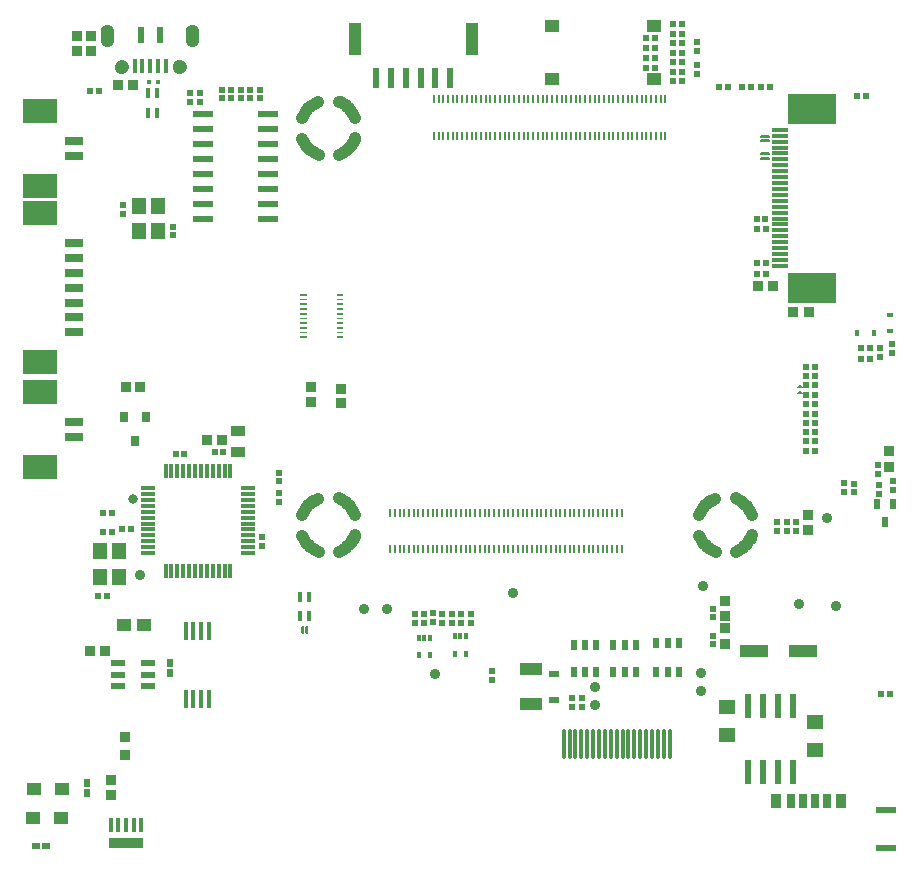
<source format=gbr>
%FSTAX23Y23*%
%MOIN*%
%SFA1B1*%

%IPPOS*%
%AMD17*
4,1,8,-0.007900,0.028700,-0.007900,-0.028700,-0.005900,-0.030700,0.005900,-0.030700,0.007900,-0.028700,0.007900,0.028700,0.005900,0.030700,-0.005900,0.030700,-0.007900,0.028700,0.0*
1,1,0.003937,-0.005900,0.028700*
1,1,0.003937,-0.005900,-0.028700*
1,1,0.003937,0.005900,-0.028700*
1,1,0.003937,0.005900,0.028700*
%
%AMD62*
4,1,8,-0.010800,0.015700,-0.010800,-0.015700,-0.010800,-0.015700,0.010800,-0.015700,0.010800,-0.015700,0.010800,0.015700,0.010800,0.015700,-0.010800,0.015700,-0.010800,0.015700,0.0*
1,1,0.000000,-0.010800,0.015700*
1,1,0.000000,-0.010800,-0.015700*
1,1,0.000000,0.010800,-0.015700*
1,1,0.000000,0.010800,0.015700*
%
%ADD13R,0.075000X0.039000*%
%ADD14R,0.024000X0.080000*%
%ADD15R,0.031735X0.033788*%
%ADD16R,0.031496X0.035433*%
G04~CAMADD=17~8~0.0~0.0~614.2~157.5~19.7~0.0~15~0.0~0.0~0.0~0.0~0~0.0~0.0~0.0~0.0~0~0.0~0.0~0.0~90.0~158.0~614.0*
%ADD17D17*%
%ADD18R,0.045596X0.039848*%
%ADD19R,0.022538X0.026813*%
%ADD20R,0.026813X0.022538*%
%ADD21R,0.039370X0.110236*%
%ADD22R,0.023622X0.066929*%
%ADD23R,0.033788X0.031735*%
%ADD24R,0.032000X0.037000*%
%ADD25R,0.118110X0.082677*%
%ADD26R,0.062992X0.031496*%
%ADD27R,0.047244X0.021654*%
%ADD28R,0.015748X0.047244*%
%ADD29R,0.118110X0.035433*%
%ADD30R,0.049212X0.043307*%
%ADD31R,0.037000X0.032000*%
%ADD32R,0.035911X0.033808*%
%ADD33R,0.007874X0.027559*%
%ADD35C,0.035000*%
%ADD36R,0.022000X0.024000*%
%ADD37R,0.015748X0.033465*%
%ADD38R,0.024000X0.022000*%
%ADD39R,0.045275X0.055118*%
%ADD40R,0.047244X0.011811*%
%ADD41R,0.011811X0.047244*%
%ADD42R,0.051181X0.035433*%
%ADD43R,0.070866X0.021654*%
%ADD44R,0.035433X0.045275*%
%ADD45R,0.031496X0.045275*%
%ADD46R,0.027559X0.045275*%
%ADD47R,0.057087X0.045275*%
%ADD48R,0.094937X0.043811*%
%ADD49O,0.020000X0.010000*%
%ADD50O,0.035000X0.010000*%
%ADD51C,0.031496*%
%ADD52C,0.015748*%
%ADD53R,0.023622X0.053150*%
%ADD54R,0.015748X0.049212*%
%ADD55R,0.011811X0.021654*%
%ADD56O,0.011024X0.102362*%
%ADD57R,0.070866X0.023622*%
%ADD58R,0.047244X0.039370*%
%ADD59R,0.055118X0.011811*%
%ADD60R,0.161417X0.104330*%
%ADD61R,0.023622X0.015748*%
G04~CAMADD=62~8~0.0~0.0~315.0~216.5~0.0~0.0~15~0.0~0.0~0.0~0.0~0~0.0~0.0~0.0~0.0~0~0.0~0.0~0.0~90.0~216.0~314.0*
%ADD62D62*%
%ADD63R,0.020472X0.032677*%
%ADD64O,0.010000X0.030000*%
%ADD65R,0.015748X0.023622*%
%ADD67R,0.032677X0.024803*%
%ADD245C,0.039370*%
%ADD246C,0.037000*%
%LNx98_carrier_v1r2_12082022_paste_top-1*%
%LPD*%
G36*
X00596Y02798D02*
X00602Y02792D01*
X00605Y02784*
Y0278*
Y02749*
Y02745*
X00602Y02737*
X00596Y02731*
X00588Y02728*
X0058*
X00572Y02731*
X00566Y02737*
X00563Y02745*
Y02749*
Y0278*
Y02784*
X00566Y02792*
X00572Y02798*
X0058Y02801*
X00588*
X00596Y02798*
G37*
G36*
X00313D02*
X00318Y02792D01*
X00322Y02784*
Y0278*
Y02749*
Y02745*
X00318Y02737*
X00313Y02731*
X00305Y02728*
X00297*
X00289Y02731*
X00283Y02737*
X0028Y02745*
Y02749*
Y0278*
Y02784*
X00283Y02792*
X00289Y02798*
X00297Y02801*
X00305*
X00313Y02798*
G37*
G36*
X01086Y01898D02*
X01064D01*
Y01904*
X01086*
Y01898*
G37*
G36*
X00965D02*
X00943D01*
Y01904*
X00965*
Y01898*
G37*
G36*
X01086Y01882D02*
X01064D01*
Y01888*
X01086*
Y01882*
G37*
G36*
X00965D02*
X00943D01*
Y01888*
X00965*
Y01882*
G37*
G36*
X01086Y01866D02*
X01064D01*
Y01873*
X01086*
Y01866*
G37*
G36*
X00965D02*
X00943D01*
Y01873*
X00965*
Y01866*
G37*
G36*
X01086Y01851D02*
X01064D01*
Y01857*
X01086*
Y01851*
G37*
G36*
X00965D02*
X00943D01*
Y01857*
X00965*
Y01851*
G37*
G36*
X01086Y01835D02*
X01064D01*
Y01841*
X01086*
Y01835*
G37*
G36*
X00965D02*
X00943D01*
Y01841*
X00965*
Y01835*
G37*
G36*
X01086Y01819D02*
X01064D01*
Y01825*
X01086*
Y01819*
G37*
G36*
X00965D02*
X00943D01*
Y01825*
X00965*
Y01819*
G37*
G36*
X01086Y01803D02*
X01064D01*
Y0181*
X01086*
Y01803*
G37*
G36*
X00965D02*
X00943D01*
Y0181*
X00965*
Y01803*
G37*
G36*
X01086Y01788D02*
X01064D01*
Y01794*
X01086*
Y01788*
G37*
G36*
X00965D02*
X00943D01*
Y01794*
X00965*
Y01788*
G37*
G36*
X01086Y01772D02*
X01064D01*
Y01778*
X01086*
Y01772*
G37*
G36*
X00965D02*
X00943D01*
Y01778*
X00965*
Y01772*
G37*
G36*
X01086Y01756D02*
X01064D01*
Y01762*
X01086*
Y01756*
G37*
G36*
X00965D02*
X00943D01*
Y01762*
X00965*
Y01756*
G37*
G54D13*
X01711Y00654D03*
Y00536D03*
G54D14*
X02584Y0053D03*
Y0031D03*
X02534D03*
X02484D03*
X02434D03*
Y0053D03*
X02484Y0053D03*
X02534Y0053D03*
G54D15*
X0041Y01592D03*
X00363D03*
G54D16*
X00429Y01492D03*
X00354D03*
X00391Y01413D03*
G54D17*
X00562Y00781D03*
X00587D03*
X00613D03*
X00639D03*
Y00554D03*
X00613D03*
X00587D03*
X00562D03*
G54D18*
X00422Y008D03*
X00357D03*
G54D19*
X00508Y00673D03*
Y0064D03*
X00232Y00272D03*
Y00239D03*
G54D20*
X00094Y00064D03*
X00061D03*
G54D21*
X01124Y02755D03*
X01515D03*
G54D22*
X01196Y02623D03*
X01246D03*
X01443D03*
X01393D03*
X01295D03*
X01344D03*
G54D23*
X01079Y01588D03*
Y01541D03*
X0098Y01593D03*
Y01545D03*
G54D24*
X00242Y00713D03*
X00293D03*
X02587Y01844D03*
X02639D03*
X02468Y0193D03*
X02519Y0193D03*
X00631Y01418D03*
X00682D03*
X00335Y02601D03*
X00386D03*
G54D25*
X00076Y01577D03*
Y01327D03*
X00074Y01676D03*
Y02173D03*
Y02265D03*
Y02515D03*
G54D26*
X0019Y01476D03*
Y01427D03*
X00188Y01777D03*
Y01826D03*
Y01875D03*
Y01924D03*
Y01974D03*
Y02072D03*
Y02023D03*
Y02365D03*
Y02414D03*
G54D27*
X00437Y00597D03*
Y00635D03*
Y00672D03*
X00335D03*
Y00597D03*
Y00635D03*
G54D28*
X00362Y00133D03*
X00337D03*
X00311D03*
X00388D03*
X00413D03*
G54D29*
X00362Y00072D03*
G54D30*
X00053Y00156D03*
X00146D03*
X00055Y00255D03*
X00148D03*
G54D31*
X00311Y00284D03*
Y00233D03*
X02359Y00789D03*
Y00738D03*
Y00881D03*
Y00829D03*
X00244Y02713D03*
Y02764D03*
X00199Y02713D03*
Y02764D03*
X02907Y01328D03*
Y0138D03*
X02634Y01116D03*
Y01168D03*
G54D32*
X0036Y00428D03*
Y00367D03*
G54D33*
X0164Y02431D03*
X01983Y01053D03*
X01999D03*
X0216Y02431D03*
X02144D03*
X02129D03*
X02113D03*
X02097D03*
X02081D03*
X02066D03*
X01955D03*
X01971D03*
X01987D03*
X02003D03*
X02018D03*
X02034D03*
X0205D03*
X01845D03*
X01861D03*
X01877D03*
X01892D03*
X01908D03*
X01924D03*
X0194D03*
X01829D03*
X01814D03*
X01798D03*
X01782D03*
X01766D03*
X01751D03*
X01735D03*
X01546D03*
X01562D03*
X01577D03*
X01593D03*
X01609D03*
X01625D03*
X01719D03*
X01703D03*
X01688D03*
X01672D03*
X01656D03*
Y02552D03*
X01672D03*
X01688D03*
X01703D03*
X01719D03*
X0164D03*
X01625D03*
X01609D03*
X01593D03*
X01577D03*
X01562D03*
X01546D03*
X01735D03*
X01751D03*
X01766D03*
X01782D03*
X01798D03*
X01814D03*
X01829D03*
X0194D03*
X01924D03*
X01908D03*
X01892D03*
X01877D03*
X01861D03*
X01845D03*
X0205D03*
X02034D03*
X02018D03*
X02003D03*
X01987D03*
X01971D03*
X01955D03*
X02066D03*
X02081D03*
X02097D03*
X02113D03*
X02129D03*
X02144D03*
X0216D03*
X01388D03*
X01404D03*
X0142D03*
X01436D03*
X01451D03*
X01467D03*
X01483D03*
X0153D03*
X01514D03*
X01499D03*
Y02431D03*
X01514D03*
X0153D03*
X01483D03*
X01467D03*
X01451D03*
X01436D03*
X0142D03*
X01404D03*
X01388D03*
X01243Y01053D03*
X01259D03*
X01274D03*
X0129D03*
X01306D03*
X01322D03*
X01337D03*
X01385D03*
X01369D03*
X01353D03*
Y01174D03*
X01369D03*
X01385D03*
X01337D03*
X01322D03*
X01306D03*
X0129D03*
X01274D03*
X01259D03*
X01243D03*
X02014D03*
X01999D03*
X01983D03*
X01967D03*
X01951D03*
X01936D03*
X0192D03*
X0181D03*
X01825D03*
X01841D03*
X01857D03*
X01873D03*
X01888D03*
X01904D03*
X01699D03*
X01715D03*
X01731D03*
X01747D03*
X01762D03*
X01778D03*
X01794D03*
X01684D03*
X01668D03*
X01652D03*
X01636D03*
X01621D03*
X01605D03*
X01589D03*
X014D03*
X01416D03*
X01432D03*
X01447D03*
X01463D03*
X01479D03*
X01495D03*
X01573D03*
X01558D03*
X01542D03*
X01526D03*
X0151D03*
Y01053D03*
X01526D03*
X01542D03*
X01558D03*
X01573D03*
X01495D03*
X01479D03*
X01463D03*
X01447D03*
X01432D03*
X01416D03*
X014D03*
X01589D03*
X01605D03*
X01621D03*
X01636D03*
X01652D03*
X01668D03*
X01684D03*
X01794D03*
X01778D03*
X01762D03*
X01747D03*
X01731D03*
X01715D03*
X01699D03*
X01904D03*
X01888D03*
X01873D03*
X01857D03*
X01841D03*
X01825D03*
X0181D03*
X0192D03*
X01936D03*
X01951D03*
X01967D03*
X02014D03*
G54D35*
X02279Y0064D03*
Y0058D03*
X01925Y00534D03*
X01924Y00595D03*
X0041Y00966D03*
X01232Y00853D03*
X01155Y00855D03*
X01651Y00907D03*
X01392Y00638D03*
X02699Y01158D03*
X02606Y0087D03*
X02285Y00931D03*
X0273Y00864D03*
G54D36*
X00286Y01172D03*
X00316D03*
X00271Y0258D03*
X00241D03*
X00285Y01109D03*
X00314D03*
X00298Y00896D03*
X00268D03*
X02496Y0197D03*
X02466D03*
X00658Y01376D03*
X00687D03*
X02496Y02006D03*
X02466D03*
X02493Y02152D03*
X02464D03*
X02496Y0212D03*
X02466D03*
X00528Y01371D03*
X00557D03*
X00349Y01121D03*
X00378D03*
X02508Y02594D03*
X02478D03*
X02444D03*
X02414D03*
X02368D03*
X02338D03*
X02097Y02756D03*
X02126D03*
X02186Y02771D03*
X02215D03*
X02185Y02644D03*
X02215D03*
X02186Y02739D03*
X02215D03*
X02097Y02725D03*
X02126D03*
X02186Y02803D03*
X02215D03*
X02185Y02676D03*
X02215D03*
X02186Y02708D03*
X02215D03*
X02097Y02658D03*
X02126D03*
X02185Y02612D03*
X02215D03*
X02097Y02689D03*
X02126D03*
X02813Y01723D03*
X02842D03*
X02659Y01661D03*
X0263D03*
X02659Y0163D03*
X0263D03*
X02659Y01599D03*
X0263D03*
X02659Y01568D03*
X0263D03*
X02659Y01536D03*
X0263D03*
X02659Y01505D03*
X0263D03*
X02659Y01474D03*
X0263D03*
X02659Y01443D03*
X0263D03*
Y01412D03*
X02659D03*
Y0138D03*
X0263D03*
X02842Y01688D03*
X02813D03*
X0288Y00571D03*
X02909D03*
X02829Y02562D03*
X02799D03*
G54D37*
X00943Y00829D03*
X00973D03*
Y00894D03*
X00943D03*
X00437Y02573D03*
X00467D03*
Y02508D03*
X00437D03*
G54D38*
X00873Y01239D03*
Y0121D03*
Y01308D03*
Y01279D03*
X00817Y01093D03*
Y01064D03*
X00713Y02556D03*
Y02585D03*
X00681Y02556D03*
Y02585D03*
X00609Y02545D03*
Y02575D03*
X00577Y02575D03*
Y02545D03*
X0232Y00736D03*
Y00765D03*
X01583Y00617D03*
Y00647D03*
X00777Y02556D03*
Y02585D03*
X0081Y02556D03*
Y02585D03*
X00352Y02171D03*
Y022D03*
X0052Y02128D03*
Y02099D03*
X00745Y02556D03*
Y02585D03*
X0232Y00855D03*
Y00826D03*
X02756Y01243D03*
Y01272D03*
X02788Y01242D03*
Y01271D03*
X02868Y01303D03*
Y01333D03*
X02872Y01238D03*
Y01267D03*
X02914Y01708D03*
Y01738D03*
X0148Y00808D03*
Y00838D03*
X01511Y00808D03*
Y00838D03*
X01449Y00808D03*
Y00838D03*
X01417Y00808D03*
Y00838D03*
X01386Y00809D03*
Y00839D03*
X01355Y00838D03*
Y00808D03*
X01324Y00838D03*
Y00808D03*
X02919Y01251D03*
Y01281D03*
X01881Y00557D03*
Y00527D03*
X01849Y00557D03*
Y00527D03*
X02265Y02745D03*
Y02715D03*
Y02667D03*
Y02637D03*
X02874Y01723D03*
Y01693D03*
X02564Y01144D03*
Y01114D03*
X02532Y01144D03*
Y01114D03*
X02596Y01144D03*
Y01114D03*
G54D39*
X00275Y00959D03*
X00338Y01046D03*
X00275D03*
X00338Y00959D03*
X00468Y02112D03*
X00405Y02198D03*
Y02112D03*
X00468Y02198D03*
G54D40*
X00435Y01197D03*
Y01217D03*
Y01237D03*
Y01256D03*
X00769D03*
Y01237D03*
Y01217D03*
Y01197D03*
Y01178D03*
Y01158D03*
Y01138D03*
Y01119D03*
Y01099D03*
Y01079D03*
Y01059D03*
Y0104D03*
X00435D03*
Y01059D03*
Y01079D03*
Y01099D03*
Y01119D03*
Y01138D03*
Y01158D03*
Y01178D03*
G54D41*
X00494Y01315D03*
X00513D03*
X00533D03*
X00553D03*
X00573D03*
X00592D03*
X00612D03*
X00632D03*
X00651D03*
X00671D03*
X00691D03*
X0071D03*
Y00981D03*
X00691D03*
X00671D03*
X00651D03*
X00632D03*
X00612D03*
X00592D03*
X00573D03*
X00553D03*
X00533D03*
X00513D03*
X00494D03*
G54D42*
X00736Y01447D03*
Y01376D03*
G54D43*
X02895Y00182D03*
Y00057D03*
G54D44*
X02747Y00212D03*
X0253D03*
G54D45*
X02698Y00212D03*
X02579D03*
G54D46*
X02619Y00212D03*
X02658D03*
G54D47*
X02365Y00435D03*
Y00526D03*
X02659Y00385D03*
Y00476D03*
G54D48*
X02457Y00713D03*
X02618D03*
G54D49*
X02608Y01573D03*
X02608Y01593D03*
G54D50*
X02492Y02355D03*
Y02428D03*
Y02413D03*
Y02371D03*
G54D51*
X00385Y01219D03*
G54D52*
X00439Y02611D03*
X0047D03*
G54D53*
X00474Y02766D03*
X00411D03*
G54D54*
X00391Y02662D03*
X00417D03*
X00494D03*
X00468D03*
X00442D03*
G54D55*
X01458Y00763D03*
X01477D03*
X01497D03*
Y00704D03*
X01458D03*
X01377Y00758D03*
X01357D03*
X01338D03*
Y00699D03*
X01377D03*
G54D56*
X02175Y00405D03*
X02155D03*
X02136D03*
X02116D03*
X02096D03*
X02077D03*
X02057D03*
X02037D03*
X02018D03*
X01998D03*
X01978D03*
X01959D03*
X01939D03*
X01919D03*
X019D03*
X0188D03*
X0186D03*
X01841D03*
X01821D03*
G54D57*
X00619Y02505D03*
X00835D03*
X00619Y02355D03*
Y02205D03*
Y02155D03*
Y02405D03*
Y02455D03*
Y02255D03*
Y02305D03*
X00835Y02155D03*
Y02205D03*
Y02255D03*
Y02305D03*
Y02355D03*
Y02405D03*
Y02455D03*
G54D58*
X02121Y02619D03*
X01783D03*
Y02796D03*
X02121D03*
G54D59*
X02543Y02116D03*
Y02037D03*
Y02017D03*
Y02136D03*
Y02175D03*
Y02195D03*
Y02234D03*
Y02254D03*
Y02293D03*
Y02313D03*
Y02411D03*
Y02431D03*
Y02352D03*
Y02372D03*
Y02057D03*
Y02077D03*
Y02096D03*
Y02214D03*
Y02155D03*
Y02273D03*
Y02332D03*
Y02391D03*
Y02451D03*
Y01998D03*
G54D60*
X02649Y02521D03*
Y01923D03*
G54D61*
X02908Y0178D03*
Y01835D03*
G54D62*
X01892Y00735D03*
Y00642D03*
X01855D03*
X01929Y00735D03*
X01855D03*
X01929Y00642D03*
X02024Y00735D03*
Y00642D03*
X01987D03*
Y00735D03*
X02061D03*
Y00642D03*
X02168Y00739D03*
Y00645D03*
X0213D03*
Y00739D03*
X02205D03*
Y00645D03*
G54D63*
X02918Y01202D03*
X02892Y01144D03*
X02867Y01202D03*
G54D64*
X00951Y00782D03*
X00965D03*
G54D65*
X02855Y01773D03*
X028D03*
G54D67*
X01788Y0055D03*
Y00638D03*
G54D245*
X01126Y01168D02*
D01*
X01123Y01174*
X0112Y01179*
X01117Y01185*
X01113Y0119*
X01109Y01196*
X01105Y012*
X011Y01205*
X01095Y01209*
X01089Y01213*
X01083Y01216*
X01078Y01219*
X01071Y01222*
X01071Y01222*
X01072Y01045D02*
D01*
X01078Y01048*
X01084Y01051*
X0109Y01054*
X01095Y01058*
X011Y01062*
X01105Y01067*
X01109Y01071*
X01114Y01077*
X01117Y01082*
X01121Y01088*
X01124Y01093*
X01126Y01099*
X01003Y01221D02*
D01*
X00997Y01218*
X00991Y01215*
X00986Y01212*
X0098Y01208*
X00975Y01204*
X0097Y01199*
X00966Y01194*
X00962Y01189*
X00958Y01184*
X00955Y01178*
X00952Y01172*
X0095Y01168*
X0095Y01098D02*
D01*
X00953Y01092*
X00956Y01086*
X00959Y01081*
X00963Y01075*
X00967Y0107*
X00972Y01066*
X00977Y01061*
X00982Y01057*
X00988Y01053*
X00993Y0105*
X00999Y01047*
X01005Y01045*
X0095Y02421D02*
D01*
X00953Y02415*
X00956Y02409*
X00959Y02404*
X00963Y02398*
X00967Y02393*
X00972Y02388*
X00977Y02384*
X00982Y0238*
X00988Y02376*
X00993Y02373*
X00999Y0237*
X01005Y02368*
X01003Y02544D02*
D01*
X00997Y02541*
X00991Y02538*
X00986Y02535*
X0098Y02531*
X00975Y02527*
X0097Y02522*
X00966Y02517*
X00962Y02512*
X00958Y02507*
X00955Y02501*
X00952Y02495*
X0095Y0249*
X01072Y02368D02*
D01*
X01078Y0237*
X01084Y02374*
X0109Y02377*
X01095Y02381*
X011Y02385*
X01105Y02389*
X01109Y02394*
X01114Y02399*
X01117Y02405*
X01121Y0241*
X01124Y02416*
X01126Y02422*
X01126Y0249D02*
D01*
X01123Y02496*
X0112Y02502*
X01117Y02508*
X01113Y02513*
X01109Y02518*
X01105Y02523*
X011Y02528*
X01095Y02532*
X01089Y02536*
X01083Y02539*
X01078Y02542*
X01071Y02544*
X01071Y02545*
X02273Y01098D02*
D01*
X02276Y01092*
X02279Y01086*
X02282Y01081*
X02286Y01075*
X0229Y0107*
X02295Y01066*
X023Y01061*
X02305Y01057*
X0231Y01053*
X02316Y0105*
X02322Y01047*
X02328Y01045*
X02326Y01221D02*
D01*
X0232Y01218*
X02314Y01215*
X02308Y01212*
X02303Y01208*
X02298Y01204*
X02293Y01199*
X02289Y01194*
X02285Y01189*
X02281Y01184*
X02278Y01178*
X02275Y01172*
X02273Y01168*
X02395Y01045D02*
D01*
X02401Y01048*
X02407Y01051*
X02413Y01054*
X02418Y01058*
X02423Y01062*
X02428Y01067*
X02432Y01071*
X02436Y01077*
X0244Y01082*
X02444Y01088*
X02447Y01093*
X02449Y01099*
X02449Y01168D02*
D01*
X02446Y01174*
X02443Y01179*
X0244Y01185*
X02436Y0119*
X02432Y01196*
X02427Y012*
X02423Y01205*
X02417Y01209*
X02412Y01213*
X02406Y01216*
X024Y01219*
X02394Y01222*
X02394Y01222*
G54D246*
X00544Y02661D02*
D01*
X00544Y02661*
X00544Y02662*
X00544Y02662*
X00544Y02662*
X00544Y02663*
X00543Y02663*
X00543Y02663*
X00543Y02664*
X00543Y02664*
X00543Y02664*
X00542Y02664*
X00542Y02665*
X00542Y02665*
X00542Y02665*
X00541Y02665*
X00541Y02665*
X00541Y02666*
X0054Y02666*
X0054Y02666*
X0054Y02666*
X00539Y02666*
X00539Y02666*
X00539*
X00538Y02666*
X00538Y02666*
X00538Y02666*
X00537Y02666*
X00537Y02666*
X00537Y02665*
X00536Y02665*
X00536Y02665*
X00536Y02665*
X00536Y02665*
X00535Y02664*
X00535Y02664*
X00535Y02664*
X00535Y02664*
X00534Y02663*
X00534Y02663*
X00534Y02663*
X00534Y02662*
X00534Y02662*
X00534Y02662*
X00534Y02661*
X00534Y02661*
X00534Y02661*
X00534Y0266*
X00534Y0266*
X00534Y0266*
X00534Y02659*
X00534Y02659*
X00534Y02659*
X00535Y02658*
X00535Y02658*
X00535Y02658*
X00535Y02657*
X00536Y02657*
X00536Y02657*
X00536Y02657*
X00536Y02657*
X00537Y02656*
X00537Y02656*
X00537Y02656*
X00538Y02656*
X00538Y02656*
X00538Y02656*
X00539Y02656*
X00539*
X00539Y02656*
X0054Y02656*
X0054Y02656*
X0054Y02656*
X00541Y02656*
X00541Y02656*
X00541Y02657*
X00542Y02657*
X00542Y02657*
X00542Y02657*
X00542Y02657*
X00543Y02658*
X00543Y02658*
X00543Y02658*
X00543Y02659*
X00543Y02659*
X00544Y02659*
X00544Y0266*
X00544Y0266*
X00544Y0266*
X00544Y02661*
X00544Y02661*
X00351D02*
D01*
X00351Y02661*
X00351Y02662*
X00351Y02662*
X00351Y02662*
X00351Y02663*
X00351Y02663*
X0035Y02663*
X0035Y02664*
X0035Y02664*
X0035Y02664*
X0035Y02664*
X00349Y02665*
X00349Y02665*
X00349Y02665*
X00348Y02665*
X00348Y02665*
X00348Y02666*
X00348Y02666*
X00347Y02666*
X00347Y02666*
X00346Y02666*
X00346Y02666*
X00346*
X00345Y02666*
X00345Y02666*
X00345Y02666*
X00344Y02666*
X00344Y02666*
X00344Y02665*
X00343Y02665*
X00343Y02665*
X00343Y02665*
X00343Y02665*
X00342Y02664*
X00342Y02664*
X00342Y02664*
X00342Y02664*
X00342Y02663*
X00341Y02663*
X00341Y02663*
X00341Y02662*
X00341Y02662*
X00341Y02662*
X00341Y02661*
X00341Y02661*
X00341Y02661*
X00341Y0266*
X00341Y0266*
X00341Y0266*
X00341Y02659*
X00341Y02659*
X00342Y02659*
X00342Y02658*
X00342Y02658*
X00342Y02658*
X00342Y02657*
X00343Y02657*
X00343Y02657*
X00343Y02657*
X00343Y02657*
X00344Y02656*
X00344Y02656*
X00344Y02656*
X00345Y02656*
X00345Y02656*
X00345Y02656*
X00346Y02656*
X00346*
X00346Y02656*
X00347Y02656*
X00347Y02656*
X00348Y02656*
X00348Y02656*
X00348Y02656*
X00348Y02657*
X00349Y02657*
X00349Y02657*
X00349Y02657*
X0035Y02657*
X0035Y02658*
X0035Y02658*
X0035Y02658*
X0035Y02659*
X00351Y02659*
X00351Y02659*
X00351Y0266*
X00351Y0266*
X00351Y0266*
X00351Y02661*
X00351Y02661*
M02*
</source>
